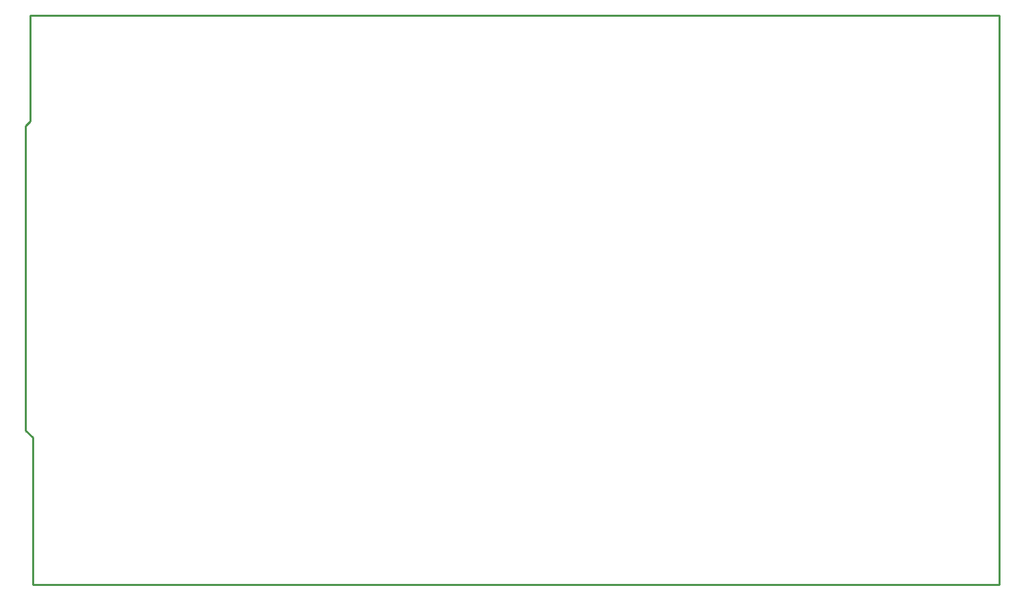
<source format=gko>
%FSLAX24Y24*%
%MOMM*%
%SFA1B1*%

%IPPOS*%
%ADD10C,0.253999*%
%LNpcb1-1*%
%LPD*%
G54D10*
X-999Y0D02*
X1219999D01*
X-999D02*
Y185999D01*
X-9999Y194999D02*
X-999Y185999D01*
X-9999Y194999D02*
Y579999D01*
X-3999Y585999*
Y719999*
X1219999*
Y0D02*
Y719999D01*
X-999Y0D02*
Y185999D01*
X-9999Y194999D02*
X-999Y185999D01*
X-9999Y194999D02*
Y579999D01*
X-3999Y585999*
Y719999*
X1219999*
Y0D02*
Y719999D01*
X-999Y0D02*
X1219999D01*
M02*
</source>
